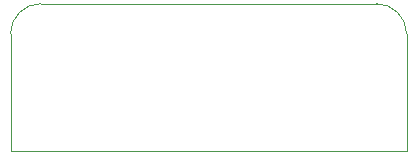
<source format=gbr>
G04 #@! TF.FileFunction,Profile,NP*
%FSLAX46Y46*%
G04 Gerber Fmt 4.6, Leading zero omitted, Abs format (unit mm)*
G04 Created by KiCad (PCBNEW (2015-01-02 BZR 5348)-product) date 1/13/2015 10:06:43 PM*
%MOMM*%
G01*
G04 APERTURE LIST*
%ADD10C,0.100000*%
G04 APERTURE END LIST*
D10*
X130556000Y-94488000D02*
X130556000Y-104394000D01*
X161544000Y-91948000D02*
X133096000Y-91948000D01*
X164084000Y-94488000D02*
X164084000Y-104394000D01*
X164084000Y-94488000D02*
G75*
G03X161544000Y-91948000I-2540000J0D01*
G01*
X133096000Y-91948000D02*
G75*
G03X130556000Y-94488000I0J-2540000D01*
G01*
X164084000Y-104394000D02*
X130556000Y-104394000D01*
M02*

</source>
